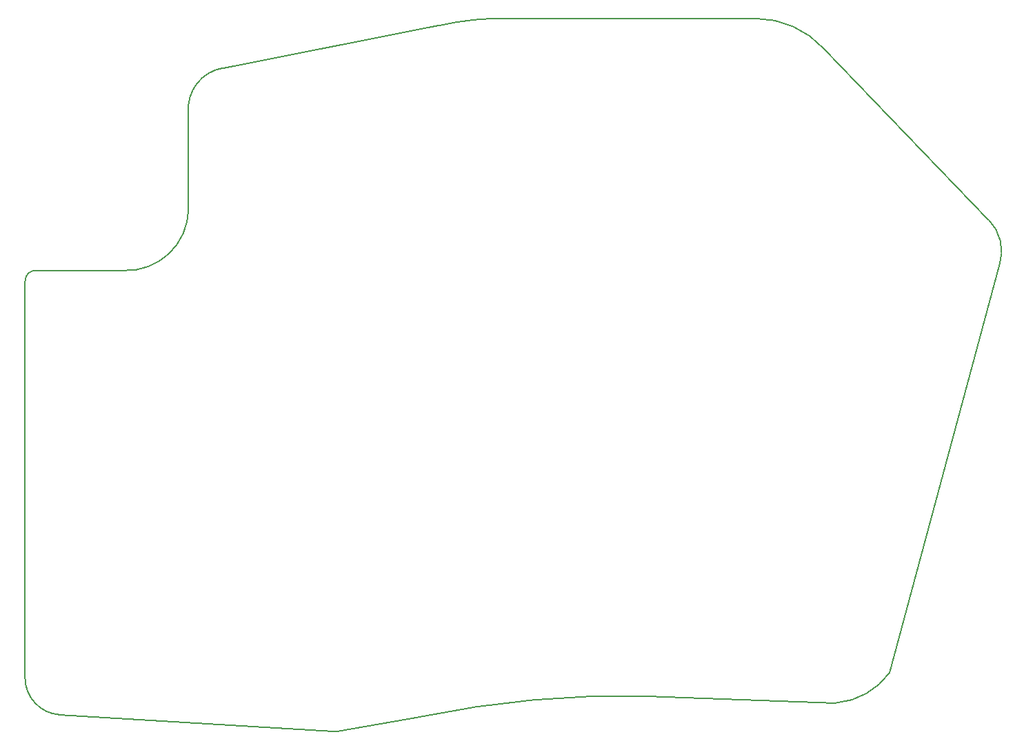
<source format=gm1>
G04 #@! TF.GenerationSoftware,KiCad,Pcbnew,5.1.10*
G04 #@! TF.CreationDate,2021-08-06T05:27:28+01:00*
G04 #@! TF.ProjectId,hypergolic_left,68797065-7267-46f6-9c69-635f6c656674,0.1*
G04 #@! TF.SameCoordinates,Original*
G04 #@! TF.FileFunction,Profile,NP*
%FSLAX46Y46*%
G04 Gerber Fmt 4.6, Leading zero omitted, Abs format (unit mm)*
G04 Created by KiCad (PCBNEW 5.1.10) date 2021-08-06 05:27:28*
%MOMM*%
%LPD*%
G01*
G04 APERTURE LIST*
G04 #@! TA.AperFunction,Profile*
%ADD10C,0.150000*%
G04 #@! TD*
G04 APERTURE END LIST*
D10*
X67307187Y-110265456D02*
X33711680Y-108204000D01*
X77978000Y-108458000D02*
X67818000Y-110236000D01*
X29464000Y-103632000D02*
G75*
G03*
X33711680Y-108204000I4584381J0D01*
G01*
X67307187Y-110265456D02*
G75*
G03*
X67818000Y-110236000I159767J1673270D01*
G01*
X89154528Y-22581567D02*
G75*
G03*
X80226393Y-23495399I-786449J-36387223D01*
G01*
X77978000Y-108458000D02*
G75*
G02*
X105808454Y-105899903I25122718J-120651279D01*
G01*
X29464000Y-103632000D02*
X29480000Y-87376000D01*
X89154528Y-22581567D02*
X119126000Y-22606000D01*
X129042052Y-106749617D02*
X105808454Y-105899903D01*
X41656141Y-53589771D02*
G75*
G03*
X49530000Y-46118151I253859J7617161D01*
G01*
X53844201Y-28677429D02*
G75*
G03*
X49530000Y-34290000I783306J-5066481D01*
G01*
X129042052Y-106749617D02*
G75*
G03*
X135631602Y-103022346I-776450J9061271D01*
G01*
X127583515Y-26347350D02*
X147746161Y-47305320D01*
X149098000Y-52996000D02*
G75*
G03*
X147746161Y-47305320I-5292299J1748704D01*
G01*
X49530000Y-46118151D02*
X49530000Y-34290000D01*
X30829844Y-53586473D02*
G75*
G03*
X29480000Y-54864000I-79844J-1267527D01*
G01*
X127583515Y-26347350D02*
G75*
G03*
X119126000Y-22606000I-8457515J-7688650D01*
G01*
X30829844Y-53586473D02*
X41656141Y-53589771D01*
X149098000Y-52996000D02*
X135631602Y-103022346D01*
X29480000Y-87376000D02*
X29480000Y-54864000D01*
X53844201Y-28677430D02*
X80226393Y-23495399D01*
M02*

</source>
